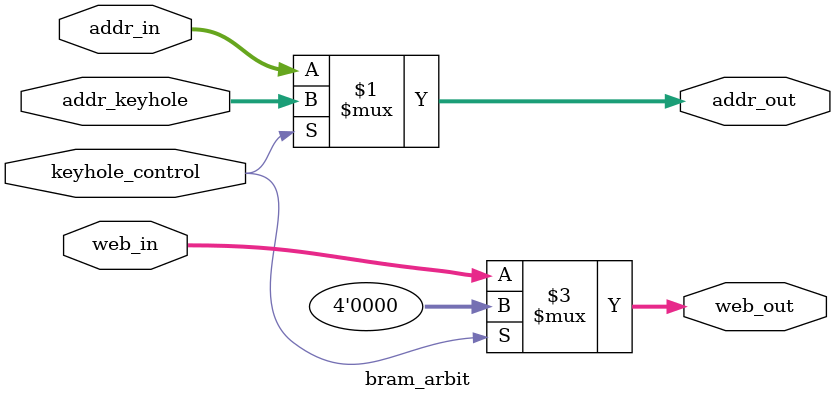
<source format=v>
`timescale 1ns / 1ps


module bram_arbit(
	input keyhole_control ,
	input [31:0] addr_keyhole ,
	input [31:0] addr_in ,
	input [3:0] web_in ,

	output [31:0] addr_out ,
	output [3:0] web_out 
    );
   //localparam integer declarations
   
   //regs
   
   //wires
   
   //main codes
   
   assign addr_out = ( keyhole_control ) ? addr_keyhole : addr_in ;
   assign web_out = ( ~ keyhole_control ) ? web_in : 4'h0 ;
    
endmodule

</source>
